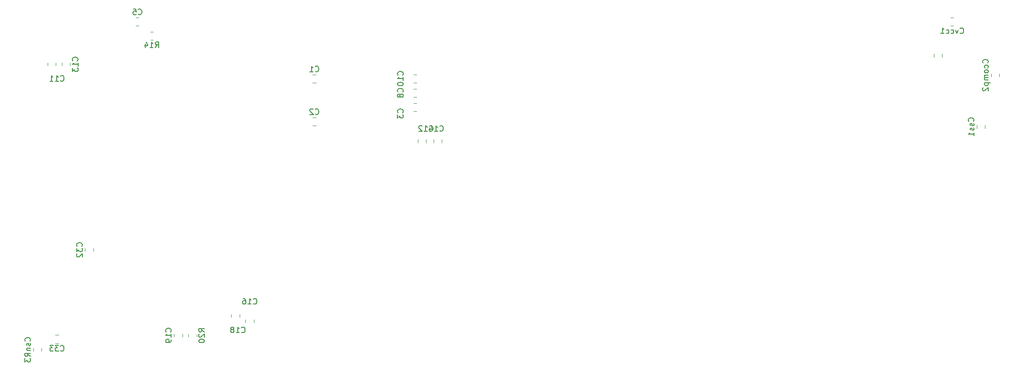
<source format=gbr>
%TF.GenerationSoftware,KiCad,Pcbnew,7.0.10*%
%TF.CreationDate,2024-02-28T12:35:52-05:00*%
%TF.ProjectId,PCB_Main_Sandbox,5043425f-4d61-4696-9e5f-53616e64626f,rev?*%
%TF.SameCoordinates,Original*%
%TF.FileFunction,Legend,Bot*%
%TF.FilePolarity,Positive*%
%FSLAX46Y46*%
G04 Gerber Fmt 4.6, Leading zero omitted, Abs format (unit mm)*
G04 Created by KiCad (PCBNEW 7.0.10) date 2024-02-28 12:35:52*
%MOMM*%
%LPD*%
G01*
G04 APERTURE LIST*
%ADD10C,0.150000*%
%ADD11C,0.120000*%
G04 APERTURE END LIST*
D10*
X99226666Y-11379580D02*
X99274285Y-11427200D01*
X99274285Y-11427200D02*
X99417142Y-11474819D01*
X99417142Y-11474819D02*
X99512380Y-11474819D01*
X99512380Y-11474819D02*
X99655237Y-11427200D01*
X99655237Y-11427200D02*
X99750475Y-11331961D01*
X99750475Y-11331961D02*
X99798094Y-11236723D01*
X99798094Y-11236723D02*
X99845713Y-11046247D01*
X99845713Y-11046247D02*
X99845713Y-10903390D01*
X99845713Y-10903390D02*
X99798094Y-10712914D01*
X99798094Y-10712914D02*
X99750475Y-10617676D01*
X99750475Y-10617676D02*
X99655237Y-10522438D01*
X99655237Y-10522438D02*
X99512380Y-10474819D01*
X99512380Y-10474819D02*
X99417142Y-10474819D01*
X99417142Y-10474819D02*
X99274285Y-10522438D01*
X99274285Y-10522438D02*
X99226666Y-10570057D01*
X98321904Y-10474819D02*
X98798094Y-10474819D01*
X98798094Y-10474819D02*
X98845713Y-10951009D01*
X98845713Y-10951009D02*
X98798094Y-10903390D01*
X98798094Y-10903390D02*
X98702856Y-10855771D01*
X98702856Y-10855771D02*
X98464761Y-10855771D01*
X98464761Y-10855771D02*
X98369523Y-10903390D01*
X98369523Y-10903390D02*
X98321904Y-10951009D01*
X98321904Y-10951009D02*
X98274285Y-11046247D01*
X98274285Y-11046247D02*
X98274285Y-11284342D01*
X98274285Y-11284342D02*
X98321904Y-11379580D01*
X98321904Y-11379580D02*
X98369523Y-11427200D01*
X98369523Y-11427200D02*
X98464761Y-11474819D01*
X98464761Y-11474819D02*
X98702856Y-11474819D01*
X98702856Y-11474819D02*
X98798094Y-11427200D01*
X98798094Y-11427200D02*
X98845713Y-11379580D01*
X88399580Y-19677142D02*
X88447200Y-19629523D01*
X88447200Y-19629523D02*
X88494819Y-19486666D01*
X88494819Y-19486666D02*
X88494819Y-19391428D01*
X88494819Y-19391428D02*
X88447200Y-19248571D01*
X88447200Y-19248571D02*
X88351961Y-19153333D01*
X88351961Y-19153333D02*
X88256723Y-19105714D01*
X88256723Y-19105714D02*
X88066247Y-19058095D01*
X88066247Y-19058095D02*
X87923390Y-19058095D01*
X87923390Y-19058095D02*
X87732914Y-19105714D01*
X87732914Y-19105714D02*
X87637676Y-19153333D01*
X87637676Y-19153333D02*
X87542438Y-19248571D01*
X87542438Y-19248571D02*
X87494819Y-19391428D01*
X87494819Y-19391428D02*
X87494819Y-19486666D01*
X87494819Y-19486666D02*
X87542438Y-19629523D01*
X87542438Y-19629523D02*
X87590057Y-19677142D01*
X88494819Y-20629523D02*
X88494819Y-20058095D01*
X88494819Y-20343809D02*
X87494819Y-20343809D01*
X87494819Y-20343809D02*
X87637676Y-20248571D01*
X87637676Y-20248571D02*
X87732914Y-20153333D01*
X87732914Y-20153333D02*
X87780533Y-20058095D01*
X87494819Y-20962857D02*
X87494819Y-21581904D01*
X87494819Y-21581904D02*
X87875771Y-21248571D01*
X87875771Y-21248571D02*
X87875771Y-21391428D01*
X87875771Y-21391428D02*
X87923390Y-21486666D01*
X87923390Y-21486666D02*
X87971009Y-21534285D01*
X87971009Y-21534285D02*
X88066247Y-21581904D01*
X88066247Y-21581904D02*
X88304342Y-21581904D01*
X88304342Y-21581904D02*
X88399580Y-21534285D01*
X88399580Y-21534285D02*
X88447200Y-21486666D01*
X88447200Y-21486666D02*
X88494819Y-21391428D01*
X88494819Y-21391428D02*
X88494819Y-21105714D01*
X88494819Y-21105714D02*
X88447200Y-21010476D01*
X88447200Y-21010476D02*
X88399580Y-20962857D01*
X119652857Y-62909580D02*
X119700476Y-62957200D01*
X119700476Y-62957200D02*
X119843333Y-63004819D01*
X119843333Y-63004819D02*
X119938571Y-63004819D01*
X119938571Y-63004819D02*
X120081428Y-62957200D01*
X120081428Y-62957200D02*
X120176666Y-62861961D01*
X120176666Y-62861961D02*
X120224285Y-62766723D01*
X120224285Y-62766723D02*
X120271904Y-62576247D01*
X120271904Y-62576247D02*
X120271904Y-62433390D01*
X120271904Y-62433390D02*
X120224285Y-62242914D01*
X120224285Y-62242914D02*
X120176666Y-62147676D01*
X120176666Y-62147676D02*
X120081428Y-62052438D01*
X120081428Y-62052438D02*
X119938571Y-62004819D01*
X119938571Y-62004819D02*
X119843333Y-62004819D01*
X119843333Y-62004819D02*
X119700476Y-62052438D01*
X119700476Y-62052438D02*
X119652857Y-62100057D01*
X118700476Y-63004819D02*
X119271904Y-63004819D01*
X118986190Y-63004819D02*
X118986190Y-62004819D01*
X118986190Y-62004819D02*
X119081428Y-62147676D01*
X119081428Y-62147676D02*
X119176666Y-62242914D01*
X119176666Y-62242914D02*
X119271904Y-62290533D01*
X117843333Y-62004819D02*
X118033809Y-62004819D01*
X118033809Y-62004819D02*
X118129047Y-62052438D01*
X118129047Y-62052438D02*
X118176666Y-62100057D01*
X118176666Y-62100057D02*
X118271904Y-62242914D01*
X118271904Y-62242914D02*
X118319523Y-62433390D01*
X118319523Y-62433390D02*
X118319523Y-62814342D01*
X118319523Y-62814342D02*
X118271904Y-62909580D01*
X118271904Y-62909580D02*
X118224285Y-62957200D01*
X118224285Y-62957200D02*
X118129047Y-63004819D01*
X118129047Y-63004819D02*
X117938571Y-63004819D01*
X117938571Y-63004819D02*
X117843333Y-62957200D01*
X117843333Y-62957200D02*
X117795714Y-62909580D01*
X117795714Y-62909580D02*
X117748095Y-62814342D01*
X117748095Y-62814342D02*
X117748095Y-62576247D01*
X117748095Y-62576247D02*
X117795714Y-62481009D01*
X117795714Y-62481009D02*
X117843333Y-62433390D01*
X117843333Y-62433390D02*
X117938571Y-62385771D01*
X117938571Y-62385771D02*
X118129047Y-62385771D01*
X118129047Y-62385771D02*
X118224285Y-62433390D01*
X118224285Y-62433390D02*
X118271904Y-62481009D01*
X118271904Y-62481009D02*
X118319523Y-62576247D01*
X110954819Y-67937142D02*
X110478628Y-67603809D01*
X110954819Y-67365714D02*
X109954819Y-67365714D01*
X109954819Y-67365714D02*
X109954819Y-67746666D01*
X109954819Y-67746666D02*
X110002438Y-67841904D01*
X110002438Y-67841904D02*
X110050057Y-67889523D01*
X110050057Y-67889523D02*
X110145295Y-67937142D01*
X110145295Y-67937142D02*
X110288152Y-67937142D01*
X110288152Y-67937142D02*
X110383390Y-67889523D01*
X110383390Y-67889523D02*
X110431009Y-67841904D01*
X110431009Y-67841904D02*
X110478628Y-67746666D01*
X110478628Y-67746666D02*
X110478628Y-67365714D01*
X110050057Y-68318095D02*
X110002438Y-68365714D01*
X110002438Y-68365714D02*
X109954819Y-68460952D01*
X109954819Y-68460952D02*
X109954819Y-68699047D01*
X109954819Y-68699047D02*
X110002438Y-68794285D01*
X110002438Y-68794285D02*
X110050057Y-68841904D01*
X110050057Y-68841904D02*
X110145295Y-68889523D01*
X110145295Y-68889523D02*
X110240533Y-68889523D01*
X110240533Y-68889523D02*
X110383390Y-68841904D01*
X110383390Y-68841904D02*
X110954819Y-68270476D01*
X110954819Y-68270476D02*
X110954819Y-68889523D01*
X109954819Y-69508571D02*
X109954819Y-69603809D01*
X109954819Y-69603809D02*
X110002438Y-69699047D01*
X110002438Y-69699047D02*
X110050057Y-69746666D01*
X110050057Y-69746666D02*
X110145295Y-69794285D01*
X110145295Y-69794285D02*
X110335771Y-69841904D01*
X110335771Y-69841904D02*
X110573866Y-69841904D01*
X110573866Y-69841904D02*
X110764342Y-69794285D01*
X110764342Y-69794285D02*
X110859580Y-69746666D01*
X110859580Y-69746666D02*
X110907200Y-69699047D01*
X110907200Y-69699047D02*
X110954819Y-69603809D01*
X110954819Y-69603809D02*
X110954819Y-69508571D01*
X110954819Y-69508571D02*
X110907200Y-69413333D01*
X110907200Y-69413333D02*
X110859580Y-69365714D01*
X110859580Y-69365714D02*
X110764342Y-69318095D01*
X110764342Y-69318095D02*
X110573866Y-69270476D01*
X110573866Y-69270476D02*
X110335771Y-69270476D01*
X110335771Y-69270476D02*
X110145295Y-69318095D01*
X110145295Y-69318095D02*
X110050057Y-69365714D01*
X110050057Y-69365714D02*
X110002438Y-69413333D01*
X110002438Y-69413333D02*
X109954819Y-69508571D01*
X152802857Y-32149580D02*
X152850476Y-32197200D01*
X152850476Y-32197200D02*
X152993333Y-32244819D01*
X152993333Y-32244819D02*
X153088571Y-32244819D01*
X153088571Y-32244819D02*
X153231428Y-32197200D01*
X153231428Y-32197200D02*
X153326666Y-32101961D01*
X153326666Y-32101961D02*
X153374285Y-32006723D01*
X153374285Y-32006723D02*
X153421904Y-31816247D01*
X153421904Y-31816247D02*
X153421904Y-31673390D01*
X153421904Y-31673390D02*
X153374285Y-31482914D01*
X153374285Y-31482914D02*
X153326666Y-31387676D01*
X153326666Y-31387676D02*
X153231428Y-31292438D01*
X153231428Y-31292438D02*
X153088571Y-31244819D01*
X153088571Y-31244819D02*
X152993333Y-31244819D01*
X152993333Y-31244819D02*
X152850476Y-31292438D01*
X152850476Y-31292438D02*
X152802857Y-31340057D01*
X151850476Y-32244819D02*
X152421904Y-32244819D01*
X152136190Y-32244819D02*
X152136190Y-31244819D01*
X152136190Y-31244819D02*
X152231428Y-31387676D01*
X152231428Y-31387676D02*
X152326666Y-31482914D01*
X152326666Y-31482914D02*
X152421904Y-31530533D01*
X150993333Y-31578152D02*
X150993333Y-32244819D01*
X151231428Y-31197200D02*
X151469523Y-31911485D01*
X151469523Y-31911485D02*
X150850476Y-31911485D01*
X250139580Y-20083334D02*
X250187200Y-20035715D01*
X250187200Y-20035715D02*
X250234819Y-19892858D01*
X250234819Y-19892858D02*
X250234819Y-19797620D01*
X250234819Y-19797620D02*
X250187200Y-19654763D01*
X250187200Y-19654763D02*
X250091961Y-19559525D01*
X250091961Y-19559525D02*
X249996723Y-19511906D01*
X249996723Y-19511906D02*
X249806247Y-19464287D01*
X249806247Y-19464287D02*
X249663390Y-19464287D01*
X249663390Y-19464287D02*
X249472914Y-19511906D01*
X249472914Y-19511906D02*
X249377676Y-19559525D01*
X249377676Y-19559525D02*
X249282438Y-19654763D01*
X249282438Y-19654763D02*
X249234819Y-19797620D01*
X249234819Y-19797620D02*
X249234819Y-19892858D01*
X249234819Y-19892858D02*
X249282438Y-20035715D01*
X249282438Y-20035715D02*
X249330057Y-20083334D01*
X250187200Y-20940477D02*
X250234819Y-20845239D01*
X250234819Y-20845239D02*
X250234819Y-20654763D01*
X250234819Y-20654763D02*
X250187200Y-20559525D01*
X250187200Y-20559525D02*
X250139580Y-20511906D01*
X250139580Y-20511906D02*
X250044342Y-20464287D01*
X250044342Y-20464287D02*
X249758628Y-20464287D01*
X249758628Y-20464287D02*
X249663390Y-20511906D01*
X249663390Y-20511906D02*
X249615771Y-20559525D01*
X249615771Y-20559525D02*
X249568152Y-20654763D01*
X249568152Y-20654763D02*
X249568152Y-20845239D01*
X249568152Y-20845239D02*
X249615771Y-20940477D01*
X250234819Y-21511906D02*
X250187200Y-21416668D01*
X250187200Y-21416668D02*
X250139580Y-21369049D01*
X250139580Y-21369049D02*
X250044342Y-21321430D01*
X250044342Y-21321430D02*
X249758628Y-21321430D01*
X249758628Y-21321430D02*
X249663390Y-21369049D01*
X249663390Y-21369049D02*
X249615771Y-21416668D01*
X249615771Y-21416668D02*
X249568152Y-21511906D01*
X249568152Y-21511906D02*
X249568152Y-21654763D01*
X249568152Y-21654763D02*
X249615771Y-21750001D01*
X249615771Y-21750001D02*
X249663390Y-21797620D01*
X249663390Y-21797620D02*
X249758628Y-21845239D01*
X249758628Y-21845239D02*
X250044342Y-21845239D01*
X250044342Y-21845239D02*
X250139580Y-21797620D01*
X250139580Y-21797620D02*
X250187200Y-21750001D01*
X250187200Y-21750001D02*
X250234819Y-21654763D01*
X250234819Y-21654763D02*
X250234819Y-21511906D01*
X250234819Y-22273811D02*
X249568152Y-22273811D01*
X249663390Y-22273811D02*
X249615771Y-22321430D01*
X249615771Y-22321430D02*
X249568152Y-22416668D01*
X249568152Y-22416668D02*
X249568152Y-22559525D01*
X249568152Y-22559525D02*
X249615771Y-22654763D01*
X249615771Y-22654763D02*
X249711009Y-22702382D01*
X249711009Y-22702382D02*
X250234819Y-22702382D01*
X249711009Y-22702382D02*
X249615771Y-22750001D01*
X249615771Y-22750001D02*
X249568152Y-22845239D01*
X249568152Y-22845239D02*
X249568152Y-22988096D01*
X249568152Y-22988096D02*
X249615771Y-23083335D01*
X249615771Y-23083335D02*
X249711009Y-23130954D01*
X249711009Y-23130954D02*
X250234819Y-23130954D01*
X249568152Y-23607144D02*
X250568152Y-23607144D01*
X249615771Y-23607144D02*
X249568152Y-23702382D01*
X249568152Y-23702382D02*
X249568152Y-23892858D01*
X249568152Y-23892858D02*
X249615771Y-23988096D01*
X249615771Y-23988096D02*
X249663390Y-24035715D01*
X249663390Y-24035715D02*
X249758628Y-24083334D01*
X249758628Y-24083334D02*
X250044342Y-24083334D01*
X250044342Y-24083334D02*
X250139580Y-24035715D01*
X250139580Y-24035715D02*
X250187200Y-23988096D01*
X250187200Y-23988096D02*
X250234819Y-23892858D01*
X250234819Y-23892858D02*
X250234819Y-23702382D01*
X250234819Y-23702382D02*
X250187200Y-23607144D01*
X249330057Y-24464287D02*
X249282438Y-24511906D01*
X249282438Y-24511906D02*
X249234819Y-24607144D01*
X249234819Y-24607144D02*
X249234819Y-24845239D01*
X249234819Y-24845239D02*
X249282438Y-24940477D01*
X249282438Y-24940477D02*
X249330057Y-24988096D01*
X249330057Y-24988096D02*
X249425295Y-25035715D01*
X249425295Y-25035715D02*
X249520533Y-25035715D01*
X249520533Y-25035715D02*
X249663390Y-24988096D01*
X249663390Y-24988096D02*
X250234819Y-24416668D01*
X250234819Y-24416668D02*
X250234819Y-25035715D01*
X247599580Y-30453809D02*
X247647200Y-30406190D01*
X247647200Y-30406190D02*
X247694819Y-30263333D01*
X247694819Y-30263333D02*
X247694819Y-30168095D01*
X247694819Y-30168095D02*
X247647200Y-30025238D01*
X247647200Y-30025238D02*
X247551961Y-29930000D01*
X247551961Y-29930000D02*
X247456723Y-29882381D01*
X247456723Y-29882381D02*
X247266247Y-29834762D01*
X247266247Y-29834762D02*
X247123390Y-29834762D01*
X247123390Y-29834762D02*
X246932914Y-29882381D01*
X246932914Y-29882381D02*
X246837676Y-29930000D01*
X246837676Y-29930000D02*
X246742438Y-30025238D01*
X246742438Y-30025238D02*
X246694819Y-30168095D01*
X246694819Y-30168095D02*
X246694819Y-30263333D01*
X246694819Y-30263333D02*
X246742438Y-30406190D01*
X246742438Y-30406190D02*
X246790057Y-30453809D01*
X247647200Y-30834762D02*
X247694819Y-30930000D01*
X247694819Y-30930000D02*
X247694819Y-31120476D01*
X247694819Y-31120476D02*
X247647200Y-31215714D01*
X247647200Y-31215714D02*
X247551961Y-31263333D01*
X247551961Y-31263333D02*
X247504342Y-31263333D01*
X247504342Y-31263333D02*
X247409104Y-31215714D01*
X247409104Y-31215714D02*
X247361485Y-31120476D01*
X247361485Y-31120476D02*
X247361485Y-30977619D01*
X247361485Y-30977619D02*
X247313866Y-30882381D01*
X247313866Y-30882381D02*
X247218628Y-30834762D01*
X247218628Y-30834762D02*
X247171009Y-30834762D01*
X247171009Y-30834762D02*
X247075771Y-30882381D01*
X247075771Y-30882381D02*
X247028152Y-30977619D01*
X247028152Y-30977619D02*
X247028152Y-31120476D01*
X247028152Y-31120476D02*
X247075771Y-31215714D01*
X247647200Y-31644286D02*
X247694819Y-31739524D01*
X247694819Y-31739524D02*
X247694819Y-31930000D01*
X247694819Y-31930000D02*
X247647200Y-32025238D01*
X247647200Y-32025238D02*
X247551961Y-32072857D01*
X247551961Y-32072857D02*
X247504342Y-32072857D01*
X247504342Y-32072857D02*
X247409104Y-32025238D01*
X247409104Y-32025238D02*
X247361485Y-31930000D01*
X247361485Y-31930000D02*
X247361485Y-31787143D01*
X247361485Y-31787143D02*
X247313866Y-31691905D01*
X247313866Y-31691905D02*
X247218628Y-31644286D01*
X247218628Y-31644286D02*
X247171009Y-31644286D01*
X247171009Y-31644286D02*
X247075771Y-31691905D01*
X247075771Y-31691905D02*
X247028152Y-31787143D01*
X247028152Y-31787143D02*
X247028152Y-31930000D01*
X247028152Y-31930000D02*
X247075771Y-32025238D01*
X247694819Y-33025238D02*
X247694819Y-32453810D01*
X247694819Y-32739524D02*
X246694819Y-32739524D01*
X246694819Y-32739524D02*
X246837676Y-32644286D01*
X246837676Y-32644286D02*
X246932914Y-32549048D01*
X246932914Y-32549048D02*
X246980533Y-32453810D01*
X79959580Y-69596190D02*
X80007200Y-69548571D01*
X80007200Y-69548571D02*
X80054819Y-69405714D01*
X80054819Y-69405714D02*
X80054819Y-69310476D01*
X80054819Y-69310476D02*
X80007200Y-69167619D01*
X80007200Y-69167619D02*
X79911961Y-69072381D01*
X79911961Y-69072381D02*
X79816723Y-69024762D01*
X79816723Y-69024762D02*
X79626247Y-68977143D01*
X79626247Y-68977143D02*
X79483390Y-68977143D01*
X79483390Y-68977143D02*
X79292914Y-69024762D01*
X79292914Y-69024762D02*
X79197676Y-69072381D01*
X79197676Y-69072381D02*
X79102438Y-69167619D01*
X79102438Y-69167619D02*
X79054819Y-69310476D01*
X79054819Y-69310476D02*
X79054819Y-69405714D01*
X79054819Y-69405714D02*
X79102438Y-69548571D01*
X79102438Y-69548571D02*
X79150057Y-69596190D01*
X80007200Y-69977143D02*
X80054819Y-70072381D01*
X80054819Y-70072381D02*
X80054819Y-70262857D01*
X80054819Y-70262857D02*
X80007200Y-70358095D01*
X80007200Y-70358095D02*
X79911961Y-70405714D01*
X79911961Y-70405714D02*
X79864342Y-70405714D01*
X79864342Y-70405714D02*
X79769104Y-70358095D01*
X79769104Y-70358095D02*
X79721485Y-70262857D01*
X79721485Y-70262857D02*
X79721485Y-70120000D01*
X79721485Y-70120000D02*
X79673866Y-70024762D01*
X79673866Y-70024762D02*
X79578628Y-69977143D01*
X79578628Y-69977143D02*
X79531009Y-69977143D01*
X79531009Y-69977143D02*
X79435771Y-70024762D01*
X79435771Y-70024762D02*
X79388152Y-70120000D01*
X79388152Y-70120000D02*
X79388152Y-70262857D01*
X79388152Y-70262857D02*
X79435771Y-70358095D01*
X79388152Y-70834286D02*
X80054819Y-70834286D01*
X79483390Y-70834286D02*
X79435771Y-70881905D01*
X79435771Y-70881905D02*
X79388152Y-70977143D01*
X79388152Y-70977143D02*
X79388152Y-71120000D01*
X79388152Y-71120000D02*
X79435771Y-71215238D01*
X79435771Y-71215238D02*
X79531009Y-71262857D01*
X79531009Y-71262857D02*
X80054819Y-71262857D01*
X80054819Y-72310476D02*
X79578628Y-71977143D01*
X80054819Y-71739048D02*
X79054819Y-71739048D01*
X79054819Y-71739048D02*
X79054819Y-72120000D01*
X79054819Y-72120000D02*
X79102438Y-72215238D01*
X79102438Y-72215238D02*
X79150057Y-72262857D01*
X79150057Y-72262857D02*
X79245295Y-72310476D01*
X79245295Y-72310476D02*
X79388152Y-72310476D01*
X79388152Y-72310476D02*
X79483390Y-72262857D01*
X79483390Y-72262857D02*
X79531009Y-72215238D01*
X79531009Y-72215238D02*
X79578628Y-72120000D01*
X79578628Y-72120000D02*
X79578628Y-71739048D01*
X79054819Y-72643810D02*
X79054819Y-73262857D01*
X79054819Y-73262857D02*
X79435771Y-72929524D01*
X79435771Y-72929524D02*
X79435771Y-73072381D01*
X79435771Y-73072381D02*
X79483390Y-73167619D01*
X79483390Y-73167619D02*
X79531009Y-73215238D01*
X79531009Y-73215238D02*
X79626247Y-73262857D01*
X79626247Y-73262857D02*
X79864342Y-73262857D01*
X79864342Y-73262857D02*
X79959580Y-73215238D01*
X79959580Y-73215238D02*
X80007200Y-73167619D01*
X80007200Y-73167619D02*
X80054819Y-73072381D01*
X80054819Y-73072381D02*
X80054819Y-72786667D01*
X80054819Y-72786667D02*
X80007200Y-72691429D01*
X80007200Y-72691429D02*
X79959580Y-72643810D01*
X130656666Y-21539580D02*
X130704285Y-21587200D01*
X130704285Y-21587200D02*
X130847142Y-21634819D01*
X130847142Y-21634819D02*
X130942380Y-21634819D01*
X130942380Y-21634819D02*
X131085237Y-21587200D01*
X131085237Y-21587200D02*
X131180475Y-21491961D01*
X131180475Y-21491961D02*
X131228094Y-21396723D01*
X131228094Y-21396723D02*
X131275713Y-21206247D01*
X131275713Y-21206247D02*
X131275713Y-21063390D01*
X131275713Y-21063390D02*
X131228094Y-20872914D01*
X131228094Y-20872914D02*
X131180475Y-20777676D01*
X131180475Y-20777676D02*
X131085237Y-20682438D01*
X131085237Y-20682438D02*
X130942380Y-20634819D01*
X130942380Y-20634819D02*
X130847142Y-20634819D01*
X130847142Y-20634819D02*
X130704285Y-20682438D01*
X130704285Y-20682438D02*
X130656666Y-20730057D01*
X129704285Y-21634819D02*
X130275713Y-21634819D01*
X129989999Y-21634819D02*
X129989999Y-20634819D01*
X129989999Y-20634819D02*
X130085237Y-20777676D01*
X130085237Y-20777676D02*
X130180475Y-20872914D01*
X130180475Y-20872914D02*
X130275713Y-20920533D01*
X117552857Y-67989580D02*
X117600476Y-68037200D01*
X117600476Y-68037200D02*
X117743333Y-68084819D01*
X117743333Y-68084819D02*
X117838571Y-68084819D01*
X117838571Y-68084819D02*
X117981428Y-68037200D01*
X117981428Y-68037200D02*
X118076666Y-67941961D01*
X118076666Y-67941961D02*
X118124285Y-67846723D01*
X118124285Y-67846723D02*
X118171904Y-67656247D01*
X118171904Y-67656247D02*
X118171904Y-67513390D01*
X118171904Y-67513390D02*
X118124285Y-67322914D01*
X118124285Y-67322914D02*
X118076666Y-67227676D01*
X118076666Y-67227676D02*
X117981428Y-67132438D01*
X117981428Y-67132438D02*
X117838571Y-67084819D01*
X117838571Y-67084819D02*
X117743333Y-67084819D01*
X117743333Y-67084819D02*
X117600476Y-67132438D01*
X117600476Y-67132438D02*
X117552857Y-67180057D01*
X116600476Y-68084819D02*
X117171904Y-68084819D01*
X116886190Y-68084819D02*
X116886190Y-67084819D01*
X116886190Y-67084819D02*
X116981428Y-67227676D01*
X116981428Y-67227676D02*
X117076666Y-67322914D01*
X117076666Y-67322914D02*
X117171904Y-67370533D01*
X116029047Y-67513390D02*
X116124285Y-67465771D01*
X116124285Y-67465771D02*
X116171904Y-67418152D01*
X116171904Y-67418152D02*
X116219523Y-67322914D01*
X116219523Y-67322914D02*
X116219523Y-67275295D01*
X116219523Y-67275295D02*
X116171904Y-67180057D01*
X116171904Y-67180057D02*
X116124285Y-67132438D01*
X116124285Y-67132438D02*
X116029047Y-67084819D01*
X116029047Y-67084819D02*
X115838571Y-67084819D01*
X115838571Y-67084819D02*
X115743333Y-67132438D01*
X115743333Y-67132438D02*
X115695714Y-67180057D01*
X115695714Y-67180057D02*
X115648095Y-67275295D01*
X115648095Y-67275295D02*
X115648095Y-67322914D01*
X115648095Y-67322914D02*
X115695714Y-67418152D01*
X115695714Y-67418152D02*
X115743333Y-67465771D01*
X115743333Y-67465771D02*
X115838571Y-67513390D01*
X115838571Y-67513390D02*
X116029047Y-67513390D01*
X116029047Y-67513390D02*
X116124285Y-67561009D01*
X116124285Y-67561009D02*
X116171904Y-67608628D01*
X116171904Y-67608628D02*
X116219523Y-67703866D01*
X116219523Y-67703866D02*
X116219523Y-67894342D01*
X116219523Y-67894342D02*
X116171904Y-67989580D01*
X116171904Y-67989580D02*
X116124285Y-68037200D01*
X116124285Y-68037200D02*
X116029047Y-68084819D01*
X116029047Y-68084819D02*
X115838571Y-68084819D01*
X115838571Y-68084819D02*
X115743333Y-68037200D01*
X115743333Y-68037200D02*
X115695714Y-67989580D01*
X115695714Y-67989580D02*
X115648095Y-67894342D01*
X115648095Y-67894342D02*
X115648095Y-67703866D01*
X115648095Y-67703866D02*
X115695714Y-67608628D01*
X115695714Y-67608628D02*
X115743333Y-67561009D01*
X115743333Y-67561009D02*
X115838571Y-67513390D01*
X85412857Y-23219580D02*
X85460476Y-23267200D01*
X85460476Y-23267200D02*
X85603333Y-23314819D01*
X85603333Y-23314819D02*
X85698571Y-23314819D01*
X85698571Y-23314819D02*
X85841428Y-23267200D01*
X85841428Y-23267200D02*
X85936666Y-23171961D01*
X85936666Y-23171961D02*
X85984285Y-23076723D01*
X85984285Y-23076723D02*
X86031904Y-22886247D01*
X86031904Y-22886247D02*
X86031904Y-22743390D01*
X86031904Y-22743390D02*
X85984285Y-22552914D01*
X85984285Y-22552914D02*
X85936666Y-22457676D01*
X85936666Y-22457676D02*
X85841428Y-22362438D01*
X85841428Y-22362438D02*
X85698571Y-22314819D01*
X85698571Y-22314819D02*
X85603333Y-22314819D01*
X85603333Y-22314819D02*
X85460476Y-22362438D01*
X85460476Y-22362438D02*
X85412857Y-22410057D01*
X84460476Y-23314819D02*
X85031904Y-23314819D01*
X84746190Y-23314819D02*
X84746190Y-22314819D01*
X84746190Y-22314819D02*
X84841428Y-22457676D01*
X84841428Y-22457676D02*
X84936666Y-22552914D01*
X84936666Y-22552914D02*
X85031904Y-22600533D01*
X83508095Y-23314819D02*
X84079523Y-23314819D01*
X83793809Y-23314819D02*
X83793809Y-22314819D01*
X83793809Y-22314819D02*
X83889047Y-22457676D01*
X83889047Y-22457676D02*
X83984285Y-22552914D01*
X83984285Y-22552914D02*
X84079523Y-22600533D01*
X146188544Y-22217142D02*
X146236164Y-22169523D01*
X146236164Y-22169523D02*
X146283783Y-22026666D01*
X146283783Y-22026666D02*
X146283783Y-21931428D01*
X146283783Y-21931428D02*
X146236164Y-21788571D01*
X146236164Y-21788571D02*
X146140925Y-21693333D01*
X146140925Y-21693333D02*
X146045687Y-21645714D01*
X146045687Y-21645714D02*
X145855211Y-21598095D01*
X145855211Y-21598095D02*
X145712354Y-21598095D01*
X145712354Y-21598095D02*
X145521878Y-21645714D01*
X145521878Y-21645714D02*
X145426640Y-21693333D01*
X145426640Y-21693333D02*
X145331402Y-21788571D01*
X145331402Y-21788571D02*
X145283783Y-21931428D01*
X145283783Y-21931428D02*
X145283783Y-22026666D01*
X145283783Y-22026666D02*
X145331402Y-22169523D01*
X145331402Y-22169523D02*
X145379021Y-22217142D01*
X146283783Y-23169523D02*
X146283783Y-22598095D01*
X146283783Y-22883809D02*
X145283783Y-22883809D01*
X145283783Y-22883809D02*
X145426640Y-22788571D01*
X145426640Y-22788571D02*
X145521878Y-22693333D01*
X145521878Y-22693333D02*
X145569497Y-22598095D01*
X145283783Y-23788571D02*
X145283783Y-23883809D01*
X145283783Y-23883809D02*
X145331402Y-23979047D01*
X145331402Y-23979047D02*
X145379021Y-24026666D01*
X145379021Y-24026666D02*
X145474259Y-24074285D01*
X145474259Y-24074285D02*
X145664735Y-24121904D01*
X145664735Y-24121904D02*
X145902830Y-24121904D01*
X145902830Y-24121904D02*
X146093306Y-24074285D01*
X146093306Y-24074285D02*
X146188544Y-24026666D01*
X146188544Y-24026666D02*
X146236164Y-23979047D01*
X146236164Y-23979047D02*
X146283783Y-23883809D01*
X146283783Y-23883809D02*
X146283783Y-23788571D01*
X146283783Y-23788571D02*
X146236164Y-23693333D01*
X146236164Y-23693333D02*
X146188544Y-23645714D01*
X146188544Y-23645714D02*
X146093306Y-23598095D01*
X146093306Y-23598095D02*
X145902830Y-23550476D01*
X145902830Y-23550476D02*
X145664735Y-23550476D01*
X145664735Y-23550476D02*
X145474259Y-23598095D01*
X145474259Y-23598095D02*
X145379021Y-23645714D01*
X145379021Y-23645714D02*
X145331402Y-23693333D01*
X145331402Y-23693333D02*
X145283783Y-23788571D01*
X104989580Y-67937142D02*
X105037200Y-67889523D01*
X105037200Y-67889523D02*
X105084819Y-67746666D01*
X105084819Y-67746666D02*
X105084819Y-67651428D01*
X105084819Y-67651428D02*
X105037200Y-67508571D01*
X105037200Y-67508571D02*
X104941961Y-67413333D01*
X104941961Y-67413333D02*
X104846723Y-67365714D01*
X104846723Y-67365714D02*
X104656247Y-67318095D01*
X104656247Y-67318095D02*
X104513390Y-67318095D01*
X104513390Y-67318095D02*
X104322914Y-67365714D01*
X104322914Y-67365714D02*
X104227676Y-67413333D01*
X104227676Y-67413333D02*
X104132438Y-67508571D01*
X104132438Y-67508571D02*
X104084819Y-67651428D01*
X104084819Y-67651428D02*
X104084819Y-67746666D01*
X104084819Y-67746666D02*
X104132438Y-67889523D01*
X104132438Y-67889523D02*
X104180057Y-67937142D01*
X105084819Y-68889523D02*
X105084819Y-68318095D01*
X105084819Y-68603809D02*
X104084819Y-68603809D01*
X104084819Y-68603809D02*
X104227676Y-68508571D01*
X104227676Y-68508571D02*
X104322914Y-68413333D01*
X104322914Y-68413333D02*
X104370533Y-68318095D01*
X105084819Y-69365714D02*
X105084819Y-69556190D01*
X105084819Y-69556190D02*
X105037200Y-69651428D01*
X105037200Y-69651428D02*
X104989580Y-69699047D01*
X104989580Y-69699047D02*
X104846723Y-69794285D01*
X104846723Y-69794285D02*
X104656247Y-69841904D01*
X104656247Y-69841904D02*
X104275295Y-69841904D01*
X104275295Y-69841904D02*
X104180057Y-69794285D01*
X104180057Y-69794285D02*
X104132438Y-69746666D01*
X104132438Y-69746666D02*
X104084819Y-69651428D01*
X104084819Y-69651428D02*
X104084819Y-69460952D01*
X104084819Y-69460952D02*
X104132438Y-69365714D01*
X104132438Y-69365714D02*
X104180057Y-69318095D01*
X104180057Y-69318095D02*
X104275295Y-69270476D01*
X104275295Y-69270476D02*
X104513390Y-69270476D01*
X104513390Y-69270476D02*
X104608628Y-69318095D01*
X104608628Y-69318095D02*
X104656247Y-69365714D01*
X104656247Y-69365714D02*
X104703866Y-69460952D01*
X104703866Y-69460952D02*
X104703866Y-69651428D01*
X104703866Y-69651428D02*
X104656247Y-69746666D01*
X104656247Y-69746666D02*
X104608628Y-69794285D01*
X104608628Y-69794285D02*
X104513390Y-69841904D01*
X130656666Y-29159580D02*
X130704285Y-29207200D01*
X130704285Y-29207200D02*
X130847142Y-29254819D01*
X130847142Y-29254819D02*
X130942380Y-29254819D01*
X130942380Y-29254819D02*
X131085237Y-29207200D01*
X131085237Y-29207200D02*
X131180475Y-29111961D01*
X131180475Y-29111961D02*
X131228094Y-29016723D01*
X131228094Y-29016723D02*
X131275713Y-28826247D01*
X131275713Y-28826247D02*
X131275713Y-28683390D01*
X131275713Y-28683390D02*
X131228094Y-28492914D01*
X131228094Y-28492914D02*
X131180475Y-28397676D01*
X131180475Y-28397676D02*
X131085237Y-28302438D01*
X131085237Y-28302438D02*
X130942380Y-28254819D01*
X130942380Y-28254819D02*
X130847142Y-28254819D01*
X130847142Y-28254819D02*
X130704285Y-28302438D01*
X130704285Y-28302438D02*
X130656666Y-28350057D01*
X130275713Y-28350057D02*
X130228094Y-28302438D01*
X130228094Y-28302438D02*
X130132856Y-28254819D01*
X130132856Y-28254819D02*
X129894761Y-28254819D01*
X129894761Y-28254819D02*
X129799523Y-28302438D01*
X129799523Y-28302438D02*
X129751904Y-28350057D01*
X129751904Y-28350057D02*
X129704285Y-28445295D01*
X129704285Y-28445295D02*
X129704285Y-28540533D01*
X129704285Y-28540533D02*
X129751904Y-28683390D01*
X129751904Y-28683390D02*
X130323332Y-29254819D01*
X130323332Y-29254819D02*
X129704285Y-29254819D01*
X146188544Y-25233333D02*
X146236164Y-25185714D01*
X146236164Y-25185714D02*
X146283783Y-25042857D01*
X146283783Y-25042857D02*
X146283783Y-24947619D01*
X146283783Y-24947619D02*
X146236164Y-24804762D01*
X146236164Y-24804762D02*
X146140925Y-24709524D01*
X146140925Y-24709524D02*
X146045687Y-24661905D01*
X146045687Y-24661905D02*
X145855211Y-24614286D01*
X145855211Y-24614286D02*
X145712354Y-24614286D01*
X145712354Y-24614286D02*
X145521878Y-24661905D01*
X145521878Y-24661905D02*
X145426640Y-24709524D01*
X145426640Y-24709524D02*
X145331402Y-24804762D01*
X145331402Y-24804762D02*
X145283783Y-24947619D01*
X145283783Y-24947619D02*
X145283783Y-25042857D01*
X145283783Y-25042857D02*
X145331402Y-25185714D01*
X145331402Y-25185714D02*
X145379021Y-25233333D01*
X145712354Y-25804762D02*
X145664735Y-25709524D01*
X145664735Y-25709524D02*
X145617116Y-25661905D01*
X145617116Y-25661905D02*
X145521878Y-25614286D01*
X145521878Y-25614286D02*
X145474259Y-25614286D01*
X145474259Y-25614286D02*
X145379021Y-25661905D01*
X145379021Y-25661905D02*
X145331402Y-25709524D01*
X145331402Y-25709524D02*
X145283783Y-25804762D01*
X145283783Y-25804762D02*
X145283783Y-25995238D01*
X145283783Y-25995238D02*
X145331402Y-26090476D01*
X145331402Y-26090476D02*
X145379021Y-26138095D01*
X145379021Y-26138095D02*
X145474259Y-26185714D01*
X145474259Y-26185714D02*
X145521878Y-26185714D01*
X145521878Y-26185714D02*
X145617116Y-26138095D01*
X145617116Y-26138095D02*
X145664735Y-26090476D01*
X145664735Y-26090476D02*
X145712354Y-25995238D01*
X145712354Y-25995238D02*
X145712354Y-25804762D01*
X145712354Y-25804762D02*
X145759973Y-25709524D01*
X145759973Y-25709524D02*
X145807592Y-25661905D01*
X145807592Y-25661905D02*
X145902830Y-25614286D01*
X145902830Y-25614286D02*
X146093306Y-25614286D01*
X146093306Y-25614286D02*
X146188544Y-25661905D01*
X146188544Y-25661905D02*
X146236164Y-25709524D01*
X146236164Y-25709524D02*
X146283783Y-25804762D01*
X146283783Y-25804762D02*
X146283783Y-25995238D01*
X146283783Y-25995238D02*
X146236164Y-26090476D01*
X146236164Y-26090476D02*
X146188544Y-26138095D01*
X146188544Y-26138095D02*
X146093306Y-26185714D01*
X146093306Y-26185714D02*
X145902830Y-26185714D01*
X145902830Y-26185714D02*
X145807592Y-26138095D01*
X145807592Y-26138095D02*
X145759973Y-26090476D01*
X145759973Y-26090476D02*
X145712354Y-25995238D01*
X146188544Y-28903333D02*
X146236164Y-28855714D01*
X146236164Y-28855714D02*
X146283783Y-28712857D01*
X146283783Y-28712857D02*
X146283783Y-28617619D01*
X146283783Y-28617619D02*
X146236164Y-28474762D01*
X146236164Y-28474762D02*
X146140925Y-28379524D01*
X146140925Y-28379524D02*
X146045687Y-28331905D01*
X146045687Y-28331905D02*
X145855211Y-28284286D01*
X145855211Y-28284286D02*
X145712354Y-28284286D01*
X145712354Y-28284286D02*
X145521878Y-28331905D01*
X145521878Y-28331905D02*
X145426640Y-28379524D01*
X145426640Y-28379524D02*
X145331402Y-28474762D01*
X145331402Y-28474762D02*
X145283783Y-28617619D01*
X145283783Y-28617619D02*
X145283783Y-28712857D01*
X145283783Y-28712857D02*
X145331402Y-28855714D01*
X145331402Y-28855714D02*
X145379021Y-28903333D01*
X145283783Y-29236667D02*
X145283783Y-29855714D01*
X145283783Y-29855714D02*
X145664735Y-29522381D01*
X145664735Y-29522381D02*
X145664735Y-29665238D01*
X145664735Y-29665238D02*
X145712354Y-29760476D01*
X145712354Y-29760476D02*
X145759973Y-29808095D01*
X145759973Y-29808095D02*
X145855211Y-29855714D01*
X145855211Y-29855714D02*
X146093306Y-29855714D01*
X146093306Y-29855714D02*
X146188544Y-29808095D01*
X146188544Y-29808095D02*
X146236164Y-29760476D01*
X146236164Y-29760476D02*
X146283783Y-29665238D01*
X146283783Y-29665238D02*
X146283783Y-29379524D01*
X146283783Y-29379524D02*
X146236164Y-29284286D01*
X146236164Y-29284286D02*
X146188544Y-29236667D01*
X245244762Y-14739580D02*
X245292381Y-14787200D01*
X245292381Y-14787200D02*
X245435238Y-14834819D01*
X245435238Y-14834819D02*
X245530476Y-14834819D01*
X245530476Y-14834819D02*
X245673333Y-14787200D01*
X245673333Y-14787200D02*
X245768571Y-14691961D01*
X245768571Y-14691961D02*
X245816190Y-14596723D01*
X245816190Y-14596723D02*
X245863809Y-14406247D01*
X245863809Y-14406247D02*
X245863809Y-14263390D01*
X245863809Y-14263390D02*
X245816190Y-14072914D01*
X245816190Y-14072914D02*
X245768571Y-13977676D01*
X245768571Y-13977676D02*
X245673333Y-13882438D01*
X245673333Y-13882438D02*
X245530476Y-13834819D01*
X245530476Y-13834819D02*
X245435238Y-13834819D01*
X245435238Y-13834819D02*
X245292381Y-13882438D01*
X245292381Y-13882438D02*
X245244762Y-13930057D01*
X244911428Y-14168152D02*
X244673333Y-14834819D01*
X244673333Y-14834819D02*
X244435238Y-14168152D01*
X243625714Y-14787200D02*
X243720952Y-14834819D01*
X243720952Y-14834819D02*
X243911428Y-14834819D01*
X243911428Y-14834819D02*
X244006666Y-14787200D01*
X244006666Y-14787200D02*
X244054285Y-14739580D01*
X244054285Y-14739580D02*
X244101904Y-14644342D01*
X244101904Y-14644342D02*
X244101904Y-14358628D01*
X244101904Y-14358628D02*
X244054285Y-14263390D01*
X244054285Y-14263390D02*
X244006666Y-14215771D01*
X244006666Y-14215771D02*
X243911428Y-14168152D01*
X243911428Y-14168152D02*
X243720952Y-14168152D01*
X243720952Y-14168152D02*
X243625714Y-14215771D01*
X242768571Y-14787200D02*
X242863809Y-14834819D01*
X242863809Y-14834819D02*
X243054285Y-14834819D01*
X243054285Y-14834819D02*
X243149523Y-14787200D01*
X243149523Y-14787200D02*
X243197142Y-14739580D01*
X243197142Y-14739580D02*
X243244761Y-14644342D01*
X243244761Y-14644342D02*
X243244761Y-14358628D01*
X243244761Y-14358628D02*
X243197142Y-14263390D01*
X243197142Y-14263390D02*
X243149523Y-14215771D01*
X243149523Y-14215771D02*
X243054285Y-14168152D01*
X243054285Y-14168152D02*
X242863809Y-14168152D01*
X242863809Y-14168152D02*
X242768571Y-14215771D01*
X241816190Y-14834819D02*
X242387618Y-14834819D01*
X242101904Y-14834819D02*
X242101904Y-13834819D01*
X242101904Y-13834819D02*
X242197142Y-13977676D01*
X242197142Y-13977676D02*
X242292380Y-14072914D01*
X242292380Y-14072914D02*
X242387618Y-14120533D01*
X89169580Y-52697142D02*
X89217200Y-52649523D01*
X89217200Y-52649523D02*
X89264819Y-52506666D01*
X89264819Y-52506666D02*
X89264819Y-52411428D01*
X89264819Y-52411428D02*
X89217200Y-52268571D01*
X89217200Y-52268571D02*
X89121961Y-52173333D01*
X89121961Y-52173333D02*
X89026723Y-52125714D01*
X89026723Y-52125714D02*
X88836247Y-52078095D01*
X88836247Y-52078095D02*
X88693390Y-52078095D01*
X88693390Y-52078095D02*
X88502914Y-52125714D01*
X88502914Y-52125714D02*
X88407676Y-52173333D01*
X88407676Y-52173333D02*
X88312438Y-52268571D01*
X88312438Y-52268571D02*
X88264819Y-52411428D01*
X88264819Y-52411428D02*
X88264819Y-52506666D01*
X88264819Y-52506666D02*
X88312438Y-52649523D01*
X88312438Y-52649523D02*
X88360057Y-52697142D01*
X88264819Y-53030476D02*
X88264819Y-53649523D01*
X88264819Y-53649523D02*
X88645771Y-53316190D01*
X88645771Y-53316190D02*
X88645771Y-53459047D01*
X88645771Y-53459047D02*
X88693390Y-53554285D01*
X88693390Y-53554285D02*
X88741009Y-53601904D01*
X88741009Y-53601904D02*
X88836247Y-53649523D01*
X88836247Y-53649523D02*
X89074342Y-53649523D01*
X89074342Y-53649523D02*
X89169580Y-53601904D01*
X89169580Y-53601904D02*
X89217200Y-53554285D01*
X89217200Y-53554285D02*
X89264819Y-53459047D01*
X89264819Y-53459047D02*
X89264819Y-53173333D01*
X89264819Y-53173333D02*
X89217200Y-53078095D01*
X89217200Y-53078095D02*
X89169580Y-53030476D01*
X88360057Y-54030476D02*
X88312438Y-54078095D01*
X88312438Y-54078095D02*
X88264819Y-54173333D01*
X88264819Y-54173333D02*
X88264819Y-54411428D01*
X88264819Y-54411428D02*
X88312438Y-54506666D01*
X88312438Y-54506666D02*
X88360057Y-54554285D01*
X88360057Y-54554285D02*
X88455295Y-54601904D01*
X88455295Y-54601904D02*
X88550533Y-54601904D01*
X88550533Y-54601904D02*
X88693390Y-54554285D01*
X88693390Y-54554285D02*
X89264819Y-53982857D01*
X89264819Y-53982857D02*
X89264819Y-54601904D01*
X150962857Y-32149580D02*
X151010476Y-32197200D01*
X151010476Y-32197200D02*
X151153333Y-32244819D01*
X151153333Y-32244819D02*
X151248571Y-32244819D01*
X151248571Y-32244819D02*
X151391428Y-32197200D01*
X151391428Y-32197200D02*
X151486666Y-32101961D01*
X151486666Y-32101961D02*
X151534285Y-32006723D01*
X151534285Y-32006723D02*
X151581904Y-31816247D01*
X151581904Y-31816247D02*
X151581904Y-31673390D01*
X151581904Y-31673390D02*
X151534285Y-31482914D01*
X151534285Y-31482914D02*
X151486666Y-31387676D01*
X151486666Y-31387676D02*
X151391428Y-31292438D01*
X151391428Y-31292438D02*
X151248571Y-31244819D01*
X151248571Y-31244819D02*
X151153333Y-31244819D01*
X151153333Y-31244819D02*
X151010476Y-31292438D01*
X151010476Y-31292438D02*
X150962857Y-31340057D01*
X150010476Y-32244819D02*
X150581904Y-32244819D01*
X150296190Y-32244819D02*
X150296190Y-31244819D01*
X150296190Y-31244819D02*
X150391428Y-31387676D01*
X150391428Y-31387676D02*
X150486666Y-31482914D01*
X150486666Y-31482914D02*
X150581904Y-31530533D01*
X149629523Y-31340057D02*
X149581904Y-31292438D01*
X149581904Y-31292438D02*
X149486666Y-31244819D01*
X149486666Y-31244819D02*
X149248571Y-31244819D01*
X149248571Y-31244819D02*
X149153333Y-31292438D01*
X149153333Y-31292438D02*
X149105714Y-31340057D01*
X149105714Y-31340057D02*
X149058095Y-31435295D01*
X149058095Y-31435295D02*
X149058095Y-31530533D01*
X149058095Y-31530533D02*
X149105714Y-31673390D01*
X149105714Y-31673390D02*
X149677142Y-32244819D01*
X149677142Y-32244819D02*
X149058095Y-32244819D01*
X102242857Y-17344819D02*
X102576190Y-16868628D01*
X102814285Y-17344819D02*
X102814285Y-16344819D01*
X102814285Y-16344819D02*
X102433333Y-16344819D01*
X102433333Y-16344819D02*
X102338095Y-16392438D01*
X102338095Y-16392438D02*
X102290476Y-16440057D01*
X102290476Y-16440057D02*
X102242857Y-16535295D01*
X102242857Y-16535295D02*
X102242857Y-16678152D01*
X102242857Y-16678152D02*
X102290476Y-16773390D01*
X102290476Y-16773390D02*
X102338095Y-16821009D01*
X102338095Y-16821009D02*
X102433333Y-16868628D01*
X102433333Y-16868628D02*
X102814285Y-16868628D01*
X101290476Y-17344819D02*
X101861904Y-17344819D01*
X101576190Y-17344819D02*
X101576190Y-16344819D01*
X101576190Y-16344819D02*
X101671428Y-16487676D01*
X101671428Y-16487676D02*
X101766666Y-16582914D01*
X101766666Y-16582914D02*
X101861904Y-16630533D01*
X100433333Y-16678152D02*
X100433333Y-17344819D01*
X100671428Y-16297200D02*
X100909523Y-17011485D01*
X100909523Y-17011485D02*
X100290476Y-17011485D01*
X85412857Y-71279578D02*
X85460476Y-71327198D01*
X85460476Y-71327198D02*
X85603333Y-71374817D01*
X85603333Y-71374817D02*
X85698571Y-71374817D01*
X85698571Y-71374817D02*
X85841428Y-71327198D01*
X85841428Y-71327198D02*
X85936666Y-71231959D01*
X85936666Y-71231959D02*
X85984285Y-71136721D01*
X85984285Y-71136721D02*
X86031904Y-70946245D01*
X86031904Y-70946245D02*
X86031904Y-70803388D01*
X86031904Y-70803388D02*
X85984285Y-70612912D01*
X85984285Y-70612912D02*
X85936666Y-70517674D01*
X85936666Y-70517674D02*
X85841428Y-70422436D01*
X85841428Y-70422436D02*
X85698571Y-70374817D01*
X85698571Y-70374817D02*
X85603333Y-70374817D01*
X85603333Y-70374817D02*
X85460476Y-70422436D01*
X85460476Y-70422436D02*
X85412857Y-70470055D01*
X85079523Y-70374817D02*
X84460476Y-70374817D01*
X84460476Y-70374817D02*
X84793809Y-70755769D01*
X84793809Y-70755769D02*
X84650952Y-70755769D01*
X84650952Y-70755769D02*
X84555714Y-70803388D01*
X84555714Y-70803388D02*
X84508095Y-70851007D01*
X84508095Y-70851007D02*
X84460476Y-70946245D01*
X84460476Y-70946245D02*
X84460476Y-71184340D01*
X84460476Y-71184340D02*
X84508095Y-71279578D01*
X84508095Y-71279578D02*
X84555714Y-71327198D01*
X84555714Y-71327198D02*
X84650952Y-71374817D01*
X84650952Y-71374817D02*
X84936666Y-71374817D01*
X84936666Y-71374817D02*
X85031904Y-71327198D01*
X85031904Y-71327198D02*
X85079523Y-71279578D01*
X84127142Y-70374817D02*
X83508095Y-70374817D01*
X83508095Y-70374817D02*
X83841428Y-70755769D01*
X83841428Y-70755769D02*
X83698571Y-70755769D01*
X83698571Y-70755769D02*
X83603333Y-70803388D01*
X83603333Y-70803388D02*
X83555714Y-70851007D01*
X83555714Y-70851007D02*
X83508095Y-70946245D01*
X83508095Y-70946245D02*
X83508095Y-71184340D01*
X83508095Y-71184340D02*
X83555714Y-71279578D01*
X83555714Y-71279578D02*
X83603333Y-71327198D01*
X83603333Y-71327198D02*
X83698571Y-71374817D01*
X83698571Y-71374817D02*
X83984285Y-71374817D01*
X83984285Y-71374817D02*
X84079523Y-71327198D01*
X84079523Y-71327198D02*
X84127142Y-71279578D01*
D11*
%TO.C,C5*%
X99321252Y-13435000D02*
X98798748Y-13435000D01*
X99321252Y-11965000D02*
X98798748Y-11965000D01*
%TO.C,C13*%
X85625000Y-20581252D02*
X85625000Y-20058748D01*
X87095000Y-20581252D02*
X87095000Y-20058748D01*
%TO.C,C16*%
X118275000Y-66301252D02*
X118275000Y-65778748D01*
X119745000Y-66301252D02*
X119745000Y-65778748D01*
%TO.C,R20*%
X108115000Y-68807064D02*
X108115000Y-68352936D01*
X109585000Y-68807064D02*
X109585000Y-68352936D01*
%TO.C,C14*%
X153135000Y-33708748D02*
X153135000Y-34231252D01*
X151665000Y-33708748D02*
X151665000Y-34231252D01*
%TO.C,Ccomp2*%
X252195000Y-21988749D02*
X252195000Y-22511253D01*
X250725000Y-21988749D02*
X250725000Y-22511253D01*
%TO.C,Css1*%
X249655000Y-31168748D02*
X249655000Y-31691252D01*
X248185000Y-31168748D02*
X248185000Y-31691252D01*
%TO.C,CsnR3*%
X82015000Y-70858748D02*
X82015000Y-71381252D01*
X80545000Y-70858748D02*
X80545000Y-71381252D01*
%TO.C,C1*%
X130751252Y-23595000D02*
X130228748Y-23595000D01*
X130751252Y-22125000D02*
X130228748Y-22125000D01*
%TO.C,C18*%
X117205000Y-64828748D02*
X117205000Y-65351252D01*
X115735000Y-64828748D02*
X115735000Y-65351252D01*
%TO.C,C11*%
X84555000Y-20058748D02*
X84555000Y-20581252D01*
X83085000Y-20058748D02*
X83085000Y-20581252D01*
%TO.C,C10*%
X148107712Y-22125000D02*
X148630216Y-22125000D01*
X148107712Y-23595000D02*
X148630216Y-23595000D01*
%TO.C,C19*%
X107045000Y-68318748D02*
X107045000Y-68841252D01*
X105575000Y-68318748D02*
X105575000Y-68841252D01*
%TO.C,C2*%
X130751252Y-31215000D02*
X130228748Y-31215000D01*
X130751252Y-29745000D02*
X130228748Y-29745000D01*
%TO.C,C8*%
X148107712Y-24665000D02*
X148630216Y-24665000D01*
X148107712Y-26135000D02*
X148630216Y-26135000D01*
%TO.C,C3*%
X148107712Y-27205000D02*
X148630216Y-27205000D01*
X148107712Y-28675000D02*
X148630216Y-28675000D01*
%TO.C,Cvcc1*%
X243578748Y-11965000D02*
X244101252Y-11965000D01*
X243578748Y-13435000D02*
X244101252Y-13435000D01*
%TO.C,C32*%
X91225000Y-53078748D02*
X91225000Y-53601252D01*
X89755000Y-53078748D02*
X89755000Y-53601252D01*
%TO.C,C12*%
X150355000Y-33708748D02*
X150355000Y-34231252D01*
X148885000Y-33708748D02*
X148885000Y-34231252D01*
%TO.C,Cbst1*%
X242035000Y-18468748D02*
X242035000Y-18991252D01*
X240565000Y-18468748D02*
X240565000Y-18991252D01*
%TO.C,R14*%
X101372936Y-14505000D02*
X101827064Y-14505000D01*
X101372936Y-15975000D02*
X101827064Y-15975000D01*
%TO.C,C33*%
X84508748Y-68504998D02*
X85031252Y-68504998D01*
X84508748Y-69974998D02*
X85031252Y-69974998D01*
%TD*%
M02*

</source>
